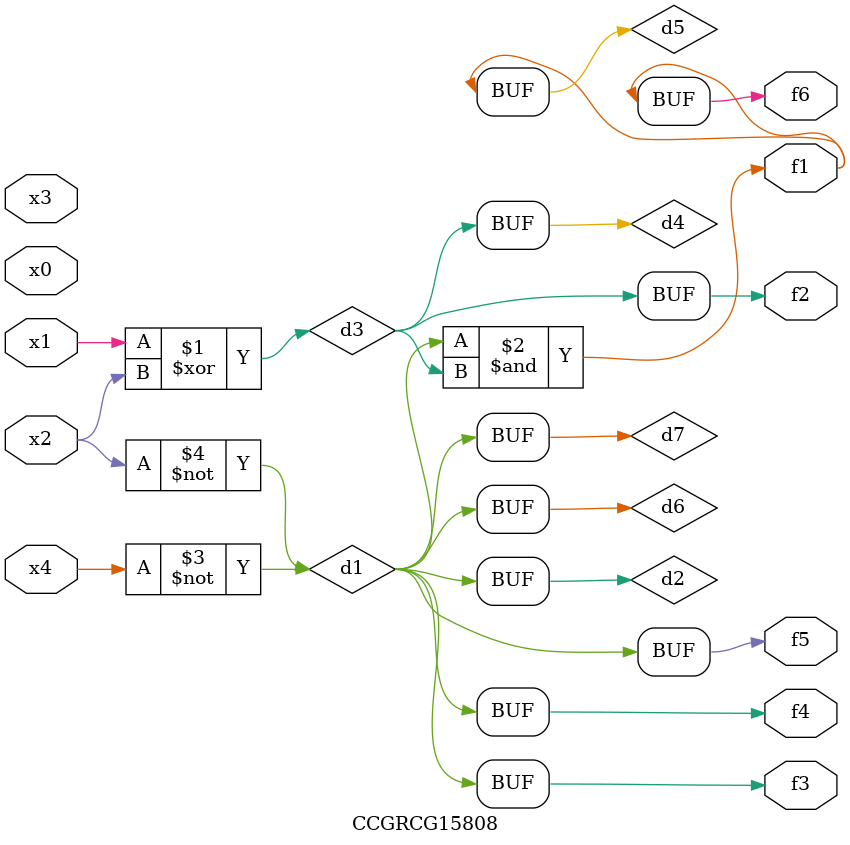
<source format=v>
module CCGRCG15808(
	input x0, x1, x2, x3, x4,
	output f1, f2, f3, f4, f5, f6
);

	wire d1, d2, d3, d4, d5, d6, d7;

	not (d1, x4);
	not (d2, x2);
	xor (d3, x1, x2);
	buf (d4, d3);
	and (d5, d1, d3);
	buf (d6, d1, d2);
	buf (d7, d2);
	assign f1 = d5;
	assign f2 = d4;
	assign f3 = d7;
	assign f4 = d7;
	assign f5 = d7;
	assign f6 = d5;
endmodule

</source>
